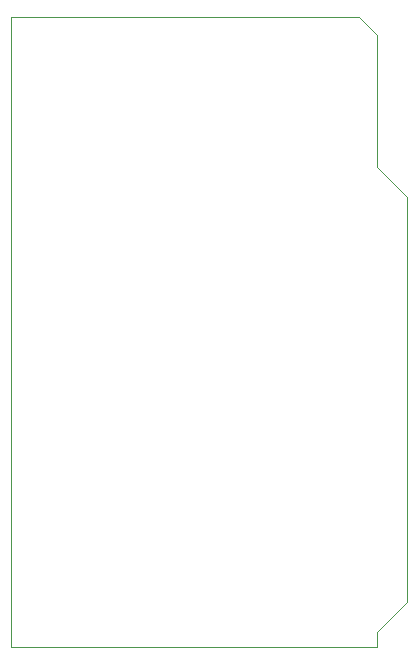
<source format=gbr>
%TF.GenerationSoftware,KiCad,Pcbnew,(7.0.0)*%
%TF.CreationDate,2023-03-08T01:03:57+01:00*%
%TF.ProjectId,simple-io-shield,73696d70-6c65-42d6-996f-2d736869656c,rev0*%
%TF.SameCoordinates,Original*%
%TF.FileFunction,Profile,NP*%
%FSLAX46Y46*%
G04 Gerber Fmt 4.6, Leading zero omitted, Abs format (unit mm)*
G04 Created by KiCad (PCBNEW (7.0.0)) date 2023-03-08 01:03:57*
%MOMM*%
%LPD*%
G01*
G04 APERTURE LIST*
%TA.AperFunction,Profile*%
%ADD10C,0.100000*%
%TD*%
G04 APERTURE END LIST*
D10*
X193040000Y-93980000D02*
X190500000Y-91440000D01*
X159512000Y-132080000D02*
X190500000Y-132080000D01*
X190500000Y-91440000D02*
X190500000Y-80264000D01*
X190500000Y-132080000D02*
X190500000Y-130810000D01*
X193040000Y-128270000D02*
X193040000Y-93980000D01*
X190500000Y-80264000D02*
X188976000Y-78740000D01*
X188976000Y-78740000D02*
X159512000Y-78740000D01*
X190500000Y-130810000D02*
X193040000Y-128270000D01*
X159512000Y-78740000D02*
X159512000Y-132080000D01*
M02*

</source>
